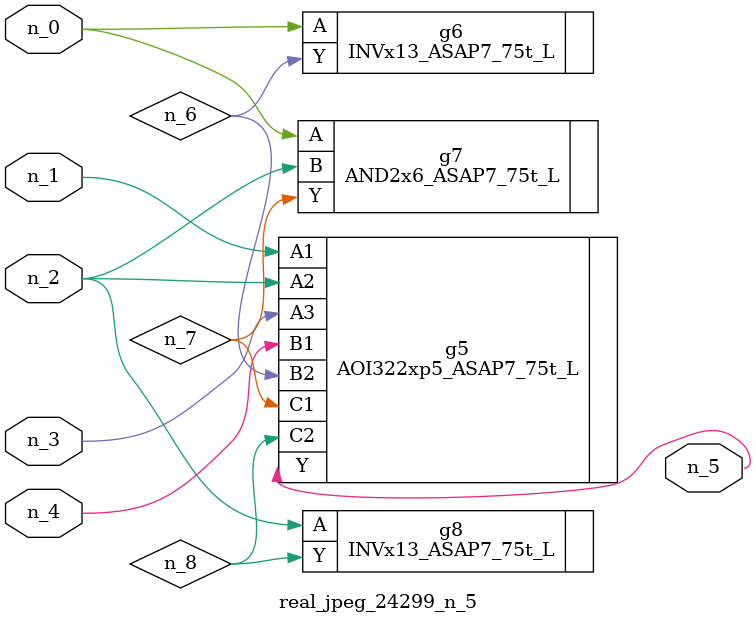
<source format=v>
module real_jpeg_24299_n_5 (n_4, n_0, n_1, n_2, n_3, n_5);

input n_4;
input n_0;
input n_1;
input n_2;
input n_3;

output n_5;

wire n_8;
wire n_6;
wire n_7;

INVx13_ASAP7_75t_L g6 ( 
.A(n_0),
.Y(n_6)
);

AND2x6_ASAP7_75t_L g7 ( 
.A(n_0),
.B(n_2),
.Y(n_7)
);

AOI322xp5_ASAP7_75t_L g5 ( 
.A1(n_1),
.A2(n_2),
.A3(n_3),
.B1(n_4),
.B2(n_6),
.C1(n_7),
.C2(n_8),
.Y(n_5)
);

INVx13_ASAP7_75t_L g8 ( 
.A(n_2),
.Y(n_8)
);


endmodule
</source>
